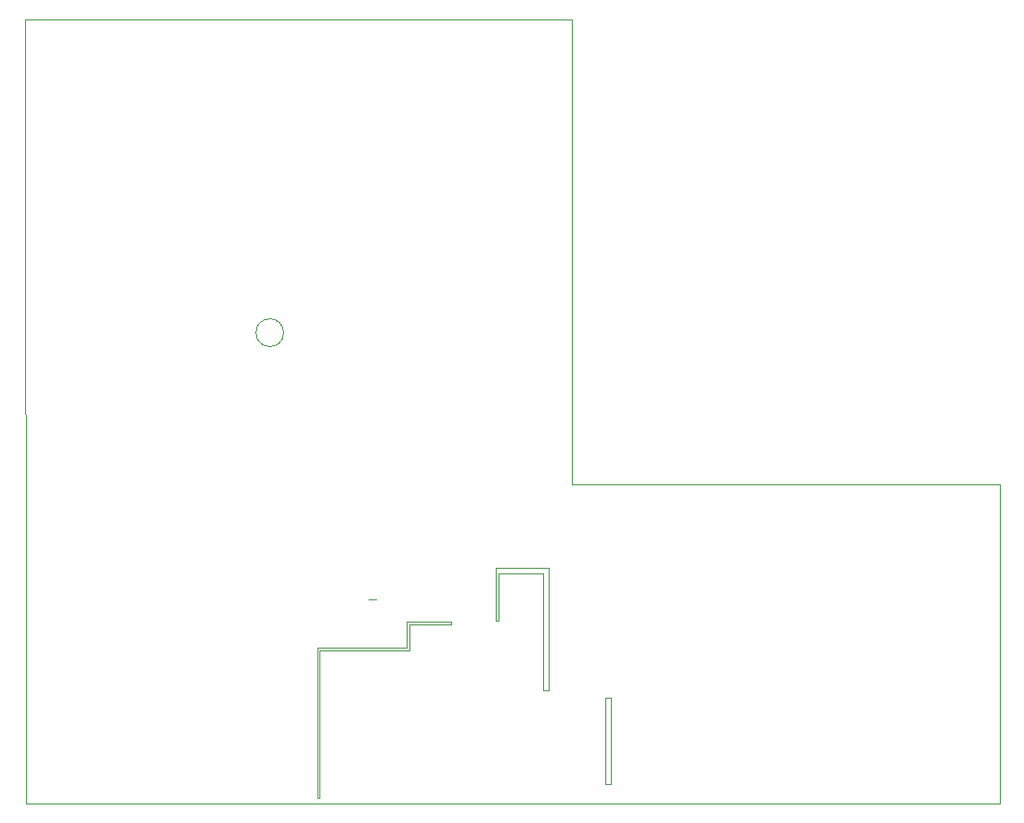
<source format=gbr>
%TF.GenerationSoftware,KiCad,Pcbnew,(5.1.9)-1*%
%TF.CreationDate,2022-05-14T18:30:03+02:00*%
%TF.ProjectId,Espanzione_01,45737061-6e7a-4696-9f6e-655f30312e6b,rev?*%
%TF.SameCoordinates,Original*%
%TF.FileFunction,Profile,NP*%
%FSLAX46Y46*%
G04 Gerber Fmt 4.6, Leading zero omitted, Abs format (unit mm)*
G04 Created by KiCad (PCBNEW (5.1.9)-1) date 2022-05-14 18:30:03*
%MOMM*%
%LPD*%
G01*
G04 APERTURE LIST*
%TA.AperFunction,Profile*%
%ADD10C,0.050000*%
%TD*%
G04 APERTURE END LIST*
D10*
X119126000Y-89408000D02*
X119126000Y-86360000D01*
X119380000Y-89408000D02*
X119126000Y-89408000D01*
X119380000Y-85090000D02*
X119380000Y-89408000D01*
X123444000Y-85090000D02*
X119380000Y-85090000D01*
X123444000Y-95758000D02*
X123444000Y-85090000D01*
X123952000Y-95758000D02*
X123444000Y-95758000D01*
X123952000Y-84582000D02*
X123952000Y-95758000D01*
X119126000Y-84582000D02*
X123952000Y-84582000D01*
X119126000Y-86360000D02*
X119126000Y-84582000D01*
X99814922Y-63119000D02*
G75*
G03*
X99814922Y-63119000I-1262922J0D01*
G01*
X103060500Y-92075000D02*
X103060500Y-95250000D01*
X111252000Y-92075000D02*
X103060500Y-92075000D01*
X111252000Y-89725500D02*
X111252000Y-92075000D01*
X112395000Y-89725500D02*
X111252000Y-89725500D01*
X111061500Y-89471500D02*
X112268000Y-89471500D01*
X111061500Y-89535000D02*
X111061500Y-89471500D01*
X111061500Y-91884500D02*
X111061500Y-89535000D01*
X102933500Y-91884500D02*
X111061500Y-91884500D01*
X102933500Y-95059500D02*
X102933500Y-91884500D01*
X103060500Y-105537000D02*
X103060500Y-95250000D01*
X102933500Y-105537000D02*
X103060500Y-105537000D01*
X102933500Y-95059500D02*
X102933500Y-105537000D01*
X107569000Y-87439500D02*
X108204000Y-87439500D01*
X129667000Y-96393000D02*
X129159000Y-96393000D01*
X129667000Y-104267000D02*
X129667000Y-96393000D01*
X129159000Y-104267000D02*
X129667000Y-104267000D01*
X129159000Y-96393000D02*
X129159000Y-104267000D01*
X115062000Y-89471500D02*
X112268000Y-89471500D01*
X115062000Y-89725500D02*
X115062000Y-89471500D01*
X112395000Y-89725500D02*
X115062000Y-89725500D01*
X165100000Y-76962000D02*
X165100000Y-106045000D01*
X165100000Y-76962000D02*
X126111000Y-76962000D01*
X165100000Y-106045000D02*
X76327000Y-106045000D01*
X126111000Y-76962000D02*
X126111000Y-54102000D01*
X126111000Y-34544000D02*
X126111000Y-54102000D01*
X76327000Y-106045000D02*
X76200000Y-34544000D01*
X76200000Y-34544000D02*
X126111000Y-34544000D01*
M02*

</source>
